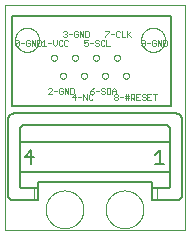
<source format=gto>
G75*
%MOIN*%
%OFA0B0*%
%FSLAX25Y25*%
%IPPOS*%
%LPD*%
%AMOC8*
5,1,8,0,0,1.08239X$1,22.5*
%
%ADD10C,0.00000*%
%ADD11C,0.00600*%
%ADD12C,0.00200*%
%ADD13C,0.00500*%
D10*
X0003167Y0002200D02*
X0003167Y0077161D01*
X0063367Y0077161D01*
X0063367Y0002200D01*
X0003167Y0002200D01*
X0016868Y0009200D02*
X0016870Y0009358D01*
X0016876Y0009516D01*
X0016886Y0009674D01*
X0016900Y0009832D01*
X0016918Y0009989D01*
X0016939Y0010146D01*
X0016965Y0010302D01*
X0016995Y0010458D01*
X0017028Y0010613D01*
X0017066Y0010766D01*
X0017107Y0010919D01*
X0017152Y0011071D01*
X0017201Y0011222D01*
X0017254Y0011371D01*
X0017310Y0011519D01*
X0017370Y0011665D01*
X0017434Y0011810D01*
X0017502Y0011953D01*
X0017573Y0012095D01*
X0017647Y0012235D01*
X0017725Y0012372D01*
X0017807Y0012508D01*
X0017891Y0012642D01*
X0017980Y0012773D01*
X0018071Y0012902D01*
X0018166Y0013029D01*
X0018263Y0013154D01*
X0018364Y0013276D01*
X0018468Y0013395D01*
X0018575Y0013512D01*
X0018685Y0013626D01*
X0018798Y0013737D01*
X0018913Y0013846D01*
X0019031Y0013951D01*
X0019152Y0014053D01*
X0019275Y0014153D01*
X0019401Y0014249D01*
X0019529Y0014342D01*
X0019659Y0014432D01*
X0019792Y0014518D01*
X0019927Y0014602D01*
X0020063Y0014681D01*
X0020202Y0014758D01*
X0020343Y0014830D01*
X0020485Y0014900D01*
X0020629Y0014965D01*
X0020775Y0015027D01*
X0020922Y0015085D01*
X0021071Y0015140D01*
X0021221Y0015191D01*
X0021372Y0015238D01*
X0021524Y0015281D01*
X0021677Y0015320D01*
X0021832Y0015356D01*
X0021987Y0015387D01*
X0022143Y0015415D01*
X0022299Y0015439D01*
X0022456Y0015459D01*
X0022614Y0015475D01*
X0022771Y0015487D01*
X0022930Y0015495D01*
X0023088Y0015499D01*
X0023246Y0015499D01*
X0023404Y0015495D01*
X0023563Y0015487D01*
X0023720Y0015475D01*
X0023878Y0015459D01*
X0024035Y0015439D01*
X0024191Y0015415D01*
X0024347Y0015387D01*
X0024502Y0015356D01*
X0024657Y0015320D01*
X0024810Y0015281D01*
X0024962Y0015238D01*
X0025113Y0015191D01*
X0025263Y0015140D01*
X0025412Y0015085D01*
X0025559Y0015027D01*
X0025705Y0014965D01*
X0025849Y0014900D01*
X0025991Y0014830D01*
X0026132Y0014758D01*
X0026271Y0014681D01*
X0026407Y0014602D01*
X0026542Y0014518D01*
X0026675Y0014432D01*
X0026805Y0014342D01*
X0026933Y0014249D01*
X0027059Y0014153D01*
X0027182Y0014053D01*
X0027303Y0013951D01*
X0027421Y0013846D01*
X0027536Y0013737D01*
X0027649Y0013626D01*
X0027759Y0013512D01*
X0027866Y0013395D01*
X0027970Y0013276D01*
X0028071Y0013154D01*
X0028168Y0013029D01*
X0028263Y0012902D01*
X0028354Y0012773D01*
X0028443Y0012642D01*
X0028527Y0012508D01*
X0028609Y0012372D01*
X0028687Y0012235D01*
X0028761Y0012095D01*
X0028832Y0011953D01*
X0028900Y0011810D01*
X0028964Y0011665D01*
X0029024Y0011519D01*
X0029080Y0011371D01*
X0029133Y0011222D01*
X0029182Y0011071D01*
X0029227Y0010919D01*
X0029268Y0010766D01*
X0029306Y0010613D01*
X0029339Y0010458D01*
X0029369Y0010302D01*
X0029395Y0010146D01*
X0029416Y0009989D01*
X0029434Y0009832D01*
X0029448Y0009674D01*
X0029458Y0009516D01*
X0029464Y0009358D01*
X0029466Y0009200D01*
X0029464Y0009042D01*
X0029458Y0008884D01*
X0029448Y0008726D01*
X0029434Y0008568D01*
X0029416Y0008411D01*
X0029395Y0008254D01*
X0029369Y0008098D01*
X0029339Y0007942D01*
X0029306Y0007787D01*
X0029268Y0007634D01*
X0029227Y0007481D01*
X0029182Y0007329D01*
X0029133Y0007178D01*
X0029080Y0007029D01*
X0029024Y0006881D01*
X0028964Y0006735D01*
X0028900Y0006590D01*
X0028832Y0006447D01*
X0028761Y0006305D01*
X0028687Y0006165D01*
X0028609Y0006028D01*
X0028527Y0005892D01*
X0028443Y0005758D01*
X0028354Y0005627D01*
X0028263Y0005498D01*
X0028168Y0005371D01*
X0028071Y0005246D01*
X0027970Y0005124D01*
X0027866Y0005005D01*
X0027759Y0004888D01*
X0027649Y0004774D01*
X0027536Y0004663D01*
X0027421Y0004554D01*
X0027303Y0004449D01*
X0027182Y0004347D01*
X0027059Y0004247D01*
X0026933Y0004151D01*
X0026805Y0004058D01*
X0026675Y0003968D01*
X0026542Y0003882D01*
X0026407Y0003798D01*
X0026271Y0003719D01*
X0026132Y0003642D01*
X0025991Y0003570D01*
X0025849Y0003500D01*
X0025705Y0003435D01*
X0025559Y0003373D01*
X0025412Y0003315D01*
X0025263Y0003260D01*
X0025113Y0003209D01*
X0024962Y0003162D01*
X0024810Y0003119D01*
X0024657Y0003080D01*
X0024502Y0003044D01*
X0024347Y0003013D01*
X0024191Y0002985D01*
X0024035Y0002961D01*
X0023878Y0002941D01*
X0023720Y0002925D01*
X0023563Y0002913D01*
X0023404Y0002905D01*
X0023246Y0002901D01*
X0023088Y0002901D01*
X0022930Y0002905D01*
X0022771Y0002913D01*
X0022614Y0002925D01*
X0022456Y0002941D01*
X0022299Y0002961D01*
X0022143Y0002985D01*
X0021987Y0003013D01*
X0021832Y0003044D01*
X0021677Y0003080D01*
X0021524Y0003119D01*
X0021372Y0003162D01*
X0021221Y0003209D01*
X0021071Y0003260D01*
X0020922Y0003315D01*
X0020775Y0003373D01*
X0020629Y0003435D01*
X0020485Y0003500D01*
X0020343Y0003570D01*
X0020202Y0003642D01*
X0020063Y0003719D01*
X0019927Y0003798D01*
X0019792Y0003882D01*
X0019659Y0003968D01*
X0019529Y0004058D01*
X0019401Y0004151D01*
X0019275Y0004247D01*
X0019152Y0004347D01*
X0019031Y0004449D01*
X0018913Y0004554D01*
X0018798Y0004663D01*
X0018685Y0004774D01*
X0018575Y0004888D01*
X0018468Y0005005D01*
X0018364Y0005124D01*
X0018263Y0005246D01*
X0018166Y0005371D01*
X0018071Y0005498D01*
X0017980Y0005627D01*
X0017891Y0005758D01*
X0017807Y0005892D01*
X0017725Y0006028D01*
X0017647Y0006165D01*
X0017573Y0006305D01*
X0017502Y0006447D01*
X0017434Y0006590D01*
X0017370Y0006735D01*
X0017310Y0006881D01*
X0017254Y0007029D01*
X0017201Y0007178D01*
X0017152Y0007329D01*
X0017107Y0007481D01*
X0017066Y0007634D01*
X0017028Y0007787D01*
X0016995Y0007942D01*
X0016965Y0008098D01*
X0016939Y0008254D01*
X0016918Y0008411D01*
X0016900Y0008568D01*
X0016886Y0008726D01*
X0016876Y0008884D01*
X0016870Y0009042D01*
X0016868Y0009200D01*
X0036868Y0009200D02*
X0036870Y0009358D01*
X0036876Y0009516D01*
X0036886Y0009674D01*
X0036900Y0009832D01*
X0036918Y0009989D01*
X0036939Y0010146D01*
X0036965Y0010302D01*
X0036995Y0010458D01*
X0037028Y0010613D01*
X0037066Y0010766D01*
X0037107Y0010919D01*
X0037152Y0011071D01*
X0037201Y0011222D01*
X0037254Y0011371D01*
X0037310Y0011519D01*
X0037370Y0011665D01*
X0037434Y0011810D01*
X0037502Y0011953D01*
X0037573Y0012095D01*
X0037647Y0012235D01*
X0037725Y0012372D01*
X0037807Y0012508D01*
X0037891Y0012642D01*
X0037980Y0012773D01*
X0038071Y0012902D01*
X0038166Y0013029D01*
X0038263Y0013154D01*
X0038364Y0013276D01*
X0038468Y0013395D01*
X0038575Y0013512D01*
X0038685Y0013626D01*
X0038798Y0013737D01*
X0038913Y0013846D01*
X0039031Y0013951D01*
X0039152Y0014053D01*
X0039275Y0014153D01*
X0039401Y0014249D01*
X0039529Y0014342D01*
X0039659Y0014432D01*
X0039792Y0014518D01*
X0039927Y0014602D01*
X0040063Y0014681D01*
X0040202Y0014758D01*
X0040343Y0014830D01*
X0040485Y0014900D01*
X0040629Y0014965D01*
X0040775Y0015027D01*
X0040922Y0015085D01*
X0041071Y0015140D01*
X0041221Y0015191D01*
X0041372Y0015238D01*
X0041524Y0015281D01*
X0041677Y0015320D01*
X0041832Y0015356D01*
X0041987Y0015387D01*
X0042143Y0015415D01*
X0042299Y0015439D01*
X0042456Y0015459D01*
X0042614Y0015475D01*
X0042771Y0015487D01*
X0042930Y0015495D01*
X0043088Y0015499D01*
X0043246Y0015499D01*
X0043404Y0015495D01*
X0043563Y0015487D01*
X0043720Y0015475D01*
X0043878Y0015459D01*
X0044035Y0015439D01*
X0044191Y0015415D01*
X0044347Y0015387D01*
X0044502Y0015356D01*
X0044657Y0015320D01*
X0044810Y0015281D01*
X0044962Y0015238D01*
X0045113Y0015191D01*
X0045263Y0015140D01*
X0045412Y0015085D01*
X0045559Y0015027D01*
X0045705Y0014965D01*
X0045849Y0014900D01*
X0045991Y0014830D01*
X0046132Y0014758D01*
X0046271Y0014681D01*
X0046407Y0014602D01*
X0046542Y0014518D01*
X0046675Y0014432D01*
X0046805Y0014342D01*
X0046933Y0014249D01*
X0047059Y0014153D01*
X0047182Y0014053D01*
X0047303Y0013951D01*
X0047421Y0013846D01*
X0047536Y0013737D01*
X0047649Y0013626D01*
X0047759Y0013512D01*
X0047866Y0013395D01*
X0047970Y0013276D01*
X0048071Y0013154D01*
X0048168Y0013029D01*
X0048263Y0012902D01*
X0048354Y0012773D01*
X0048443Y0012642D01*
X0048527Y0012508D01*
X0048609Y0012372D01*
X0048687Y0012235D01*
X0048761Y0012095D01*
X0048832Y0011953D01*
X0048900Y0011810D01*
X0048964Y0011665D01*
X0049024Y0011519D01*
X0049080Y0011371D01*
X0049133Y0011222D01*
X0049182Y0011071D01*
X0049227Y0010919D01*
X0049268Y0010766D01*
X0049306Y0010613D01*
X0049339Y0010458D01*
X0049369Y0010302D01*
X0049395Y0010146D01*
X0049416Y0009989D01*
X0049434Y0009832D01*
X0049448Y0009674D01*
X0049458Y0009516D01*
X0049464Y0009358D01*
X0049466Y0009200D01*
X0049464Y0009042D01*
X0049458Y0008884D01*
X0049448Y0008726D01*
X0049434Y0008568D01*
X0049416Y0008411D01*
X0049395Y0008254D01*
X0049369Y0008098D01*
X0049339Y0007942D01*
X0049306Y0007787D01*
X0049268Y0007634D01*
X0049227Y0007481D01*
X0049182Y0007329D01*
X0049133Y0007178D01*
X0049080Y0007029D01*
X0049024Y0006881D01*
X0048964Y0006735D01*
X0048900Y0006590D01*
X0048832Y0006447D01*
X0048761Y0006305D01*
X0048687Y0006165D01*
X0048609Y0006028D01*
X0048527Y0005892D01*
X0048443Y0005758D01*
X0048354Y0005627D01*
X0048263Y0005498D01*
X0048168Y0005371D01*
X0048071Y0005246D01*
X0047970Y0005124D01*
X0047866Y0005005D01*
X0047759Y0004888D01*
X0047649Y0004774D01*
X0047536Y0004663D01*
X0047421Y0004554D01*
X0047303Y0004449D01*
X0047182Y0004347D01*
X0047059Y0004247D01*
X0046933Y0004151D01*
X0046805Y0004058D01*
X0046675Y0003968D01*
X0046542Y0003882D01*
X0046407Y0003798D01*
X0046271Y0003719D01*
X0046132Y0003642D01*
X0045991Y0003570D01*
X0045849Y0003500D01*
X0045705Y0003435D01*
X0045559Y0003373D01*
X0045412Y0003315D01*
X0045263Y0003260D01*
X0045113Y0003209D01*
X0044962Y0003162D01*
X0044810Y0003119D01*
X0044657Y0003080D01*
X0044502Y0003044D01*
X0044347Y0003013D01*
X0044191Y0002985D01*
X0044035Y0002961D01*
X0043878Y0002941D01*
X0043720Y0002925D01*
X0043563Y0002913D01*
X0043404Y0002905D01*
X0043246Y0002901D01*
X0043088Y0002901D01*
X0042930Y0002905D01*
X0042771Y0002913D01*
X0042614Y0002925D01*
X0042456Y0002941D01*
X0042299Y0002961D01*
X0042143Y0002985D01*
X0041987Y0003013D01*
X0041832Y0003044D01*
X0041677Y0003080D01*
X0041524Y0003119D01*
X0041372Y0003162D01*
X0041221Y0003209D01*
X0041071Y0003260D01*
X0040922Y0003315D01*
X0040775Y0003373D01*
X0040629Y0003435D01*
X0040485Y0003500D01*
X0040343Y0003570D01*
X0040202Y0003642D01*
X0040063Y0003719D01*
X0039927Y0003798D01*
X0039792Y0003882D01*
X0039659Y0003968D01*
X0039529Y0004058D01*
X0039401Y0004151D01*
X0039275Y0004247D01*
X0039152Y0004347D01*
X0039031Y0004449D01*
X0038913Y0004554D01*
X0038798Y0004663D01*
X0038685Y0004774D01*
X0038575Y0004888D01*
X0038468Y0005005D01*
X0038364Y0005124D01*
X0038263Y0005246D01*
X0038166Y0005371D01*
X0038071Y0005498D01*
X0037980Y0005627D01*
X0037891Y0005758D01*
X0037807Y0005892D01*
X0037725Y0006028D01*
X0037647Y0006165D01*
X0037573Y0006305D01*
X0037502Y0006447D01*
X0037434Y0006590D01*
X0037370Y0006735D01*
X0037310Y0006881D01*
X0037254Y0007029D01*
X0037201Y0007178D01*
X0037152Y0007329D01*
X0037107Y0007481D01*
X0037066Y0007634D01*
X0037028Y0007787D01*
X0036995Y0007942D01*
X0036965Y0008098D01*
X0036939Y0008254D01*
X0036918Y0008411D01*
X0036900Y0008568D01*
X0036886Y0008726D01*
X0036876Y0008884D01*
X0036870Y0009042D01*
X0036868Y0009200D01*
X0035667Y0053700D02*
X0035669Y0053763D01*
X0035675Y0053825D01*
X0035685Y0053887D01*
X0035698Y0053949D01*
X0035716Y0054009D01*
X0035737Y0054068D01*
X0035762Y0054126D01*
X0035791Y0054182D01*
X0035823Y0054236D01*
X0035858Y0054288D01*
X0035896Y0054337D01*
X0035938Y0054385D01*
X0035982Y0054429D01*
X0036030Y0054471D01*
X0036079Y0054509D01*
X0036131Y0054544D01*
X0036185Y0054576D01*
X0036241Y0054605D01*
X0036299Y0054630D01*
X0036358Y0054651D01*
X0036418Y0054669D01*
X0036480Y0054682D01*
X0036542Y0054692D01*
X0036604Y0054698D01*
X0036667Y0054700D01*
X0036730Y0054698D01*
X0036792Y0054692D01*
X0036854Y0054682D01*
X0036916Y0054669D01*
X0036976Y0054651D01*
X0037035Y0054630D01*
X0037093Y0054605D01*
X0037149Y0054576D01*
X0037203Y0054544D01*
X0037255Y0054509D01*
X0037304Y0054471D01*
X0037352Y0054429D01*
X0037396Y0054385D01*
X0037438Y0054337D01*
X0037476Y0054288D01*
X0037511Y0054236D01*
X0037543Y0054182D01*
X0037572Y0054126D01*
X0037597Y0054068D01*
X0037618Y0054009D01*
X0037636Y0053949D01*
X0037649Y0053887D01*
X0037659Y0053825D01*
X0037665Y0053763D01*
X0037667Y0053700D01*
X0037665Y0053637D01*
X0037659Y0053575D01*
X0037649Y0053513D01*
X0037636Y0053451D01*
X0037618Y0053391D01*
X0037597Y0053332D01*
X0037572Y0053274D01*
X0037543Y0053218D01*
X0037511Y0053164D01*
X0037476Y0053112D01*
X0037438Y0053063D01*
X0037396Y0053015D01*
X0037352Y0052971D01*
X0037304Y0052929D01*
X0037255Y0052891D01*
X0037203Y0052856D01*
X0037149Y0052824D01*
X0037093Y0052795D01*
X0037035Y0052770D01*
X0036976Y0052749D01*
X0036916Y0052731D01*
X0036854Y0052718D01*
X0036792Y0052708D01*
X0036730Y0052702D01*
X0036667Y0052700D01*
X0036604Y0052702D01*
X0036542Y0052708D01*
X0036480Y0052718D01*
X0036418Y0052731D01*
X0036358Y0052749D01*
X0036299Y0052770D01*
X0036241Y0052795D01*
X0036185Y0052824D01*
X0036131Y0052856D01*
X0036079Y0052891D01*
X0036030Y0052929D01*
X0035982Y0052971D01*
X0035938Y0053015D01*
X0035896Y0053063D01*
X0035858Y0053112D01*
X0035823Y0053164D01*
X0035791Y0053218D01*
X0035762Y0053274D01*
X0035737Y0053332D01*
X0035716Y0053391D01*
X0035698Y0053451D01*
X0035685Y0053513D01*
X0035675Y0053575D01*
X0035669Y0053637D01*
X0035667Y0053700D01*
X0032667Y0059700D02*
X0032669Y0059763D01*
X0032675Y0059825D01*
X0032685Y0059887D01*
X0032698Y0059949D01*
X0032716Y0060009D01*
X0032737Y0060068D01*
X0032762Y0060126D01*
X0032791Y0060182D01*
X0032823Y0060236D01*
X0032858Y0060288D01*
X0032896Y0060337D01*
X0032938Y0060385D01*
X0032982Y0060429D01*
X0033030Y0060471D01*
X0033079Y0060509D01*
X0033131Y0060544D01*
X0033185Y0060576D01*
X0033241Y0060605D01*
X0033299Y0060630D01*
X0033358Y0060651D01*
X0033418Y0060669D01*
X0033480Y0060682D01*
X0033542Y0060692D01*
X0033604Y0060698D01*
X0033667Y0060700D01*
X0033730Y0060698D01*
X0033792Y0060692D01*
X0033854Y0060682D01*
X0033916Y0060669D01*
X0033976Y0060651D01*
X0034035Y0060630D01*
X0034093Y0060605D01*
X0034149Y0060576D01*
X0034203Y0060544D01*
X0034255Y0060509D01*
X0034304Y0060471D01*
X0034352Y0060429D01*
X0034396Y0060385D01*
X0034438Y0060337D01*
X0034476Y0060288D01*
X0034511Y0060236D01*
X0034543Y0060182D01*
X0034572Y0060126D01*
X0034597Y0060068D01*
X0034618Y0060009D01*
X0034636Y0059949D01*
X0034649Y0059887D01*
X0034659Y0059825D01*
X0034665Y0059763D01*
X0034667Y0059700D01*
X0034665Y0059637D01*
X0034659Y0059575D01*
X0034649Y0059513D01*
X0034636Y0059451D01*
X0034618Y0059391D01*
X0034597Y0059332D01*
X0034572Y0059274D01*
X0034543Y0059218D01*
X0034511Y0059164D01*
X0034476Y0059112D01*
X0034438Y0059063D01*
X0034396Y0059015D01*
X0034352Y0058971D01*
X0034304Y0058929D01*
X0034255Y0058891D01*
X0034203Y0058856D01*
X0034149Y0058824D01*
X0034093Y0058795D01*
X0034035Y0058770D01*
X0033976Y0058749D01*
X0033916Y0058731D01*
X0033854Y0058718D01*
X0033792Y0058708D01*
X0033730Y0058702D01*
X0033667Y0058700D01*
X0033604Y0058702D01*
X0033542Y0058708D01*
X0033480Y0058718D01*
X0033418Y0058731D01*
X0033358Y0058749D01*
X0033299Y0058770D01*
X0033241Y0058795D01*
X0033185Y0058824D01*
X0033131Y0058856D01*
X0033079Y0058891D01*
X0033030Y0058929D01*
X0032982Y0058971D01*
X0032938Y0059015D01*
X0032896Y0059063D01*
X0032858Y0059112D01*
X0032823Y0059164D01*
X0032791Y0059218D01*
X0032762Y0059274D01*
X0032737Y0059332D01*
X0032716Y0059391D01*
X0032698Y0059451D01*
X0032685Y0059513D01*
X0032675Y0059575D01*
X0032669Y0059637D01*
X0032667Y0059700D01*
X0028667Y0053700D02*
X0028669Y0053763D01*
X0028675Y0053825D01*
X0028685Y0053887D01*
X0028698Y0053949D01*
X0028716Y0054009D01*
X0028737Y0054068D01*
X0028762Y0054126D01*
X0028791Y0054182D01*
X0028823Y0054236D01*
X0028858Y0054288D01*
X0028896Y0054337D01*
X0028938Y0054385D01*
X0028982Y0054429D01*
X0029030Y0054471D01*
X0029079Y0054509D01*
X0029131Y0054544D01*
X0029185Y0054576D01*
X0029241Y0054605D01*
X0029299Y0054630D01*
X0029358Y0054651D01*
X0029418Y0054669D01*
X0029480Y0054682D01*
X0029542Y0054692D01*
X0029604Y0054698D01*
X0029667Y0054700D01*
X0029730Y0054698D01*
X0029792Y0054692D01*
X0029854Y0054682D01*
X0029916Y0054669D01*
X0029976Y0054651D01*
X0030035Y0054630D01*
X0030093Y0054605D01*
X0030149Y0054576D01*
X0030203Y0054544D01*
X0030255Y0054509D01*
X0030304Y0054471D01*
X0030352Y0054429D01*
X0030396Y0054385D01*
X0030438Y0054337D01*
X0030476Y0054288D01*
X0030511Y0054236D01*
X0030543Y0054182D01*
X0030572Y0054126D01*
X0030597Y0054068D01*
X0030618Y0054009D01*
X0030636Y0053949D01*
X0030649Y0053887D01*
X0030659Y0053825D01*
X0030665Y0053763D01*
X0030667Y0053700D01*
X0030665Y0053637D01*
X0030659Y0053575D01*
X0030649Y0053513D01*
X0030636Y0053451D01*
X0030618Y0053391D01*
X0030597Y0053332D01*
X0030572Y0053274D01*
X0030543Y0053218D01*
X0030511Y0053164D01*
X0030476Y0053112D01*
X0030438Y0053063D01*
X0030396Y0053015D01*
X0030352Y0052971D01*
X0030304Y0052929D01*
X0030255Y0052891D01*
X0030203Y0052856D01*
X0030149Y0052824D01*
X0030093Y0052795D01*
X0030035Y0052770D01*
X0029976Y0052749D01*
X0029916Y0052731D01*
X0029854Y0052718D01*
X0029792Y0052708D01*
X0029730Y0052702D01*
X0029667Y0052700D01*
X0029604Y0052702D01*
X0029542Y0052708D01*
X0029480Y0052718D01*
X0029418Y0052731D01*
X0029358Y0052749D01*
X0029299Y0052770D01*
X0029241Y0052795D01*
X0029185Y0052824D01*
X0029131Y0052856D01*
X0029079Y0052891D01*
X0029030Y0052929D01*
X0028982Y0052971D01*
X0028938Y0053015D01*
X0028896Y0053063D01*
X0028858Y0053112D01*
X0028823Y0053164D01*
X0028791Y0053218D01*
X0028762Y0053274D01*
X0028737Y0053332D01*
X0028716Y0053391D01*
X0028698Y0053451D01*
X0028685Y0053513D01*
X0028675Y0053575D01*
X0028669Y0053637D01*
X0028667Y0053700D01*
X0025667Y0059700D02*
X0025669Y0059763D01*
X0025675Y0059825D01*
X0025685Y0059887D01*
X0025698Y0059949D01*
X0025716Y0060009D01*
X0025737Y0060068D01*
X0025762Y0060126D01*
X0025791Y0060182D01*
X0025823Y0060236D01*
X0025858Y0060288D01*
X0025896Y0060337D01*
X0025938Y0060385D01*
X0025982Y0060429D01*
X0026030Y0060471D01*
X0026079Y0060509D01*
X0026131Y0060544D01*
X0026185Y0060576D01*
X0026241Y0060605D01*
X0026299Y0060630D01*
X0026358Y0060651D01*
X0026418Y0060669D01*
X0026480Y0060682D01*
X0026542Y0060692D01*
X0026604Y0060698D01*
X0026667Y0060700D01*
X0026730Y0060698D01*
X0026792Y0060692D01*
X0026854Y0060682D01*
X0026916Y0060669D01*
X0026976Y0060651D01*
X0027035Y0060630D01*
X0027093Y0060605D01*
X0027149Y0060576D01*
X0027203Y0060544D01*
X0027255Y0060509D01*
X0027304Y0060471D01*
X0027352Y0060429D01*
X0027396Y0060385D01*
X0027438Y0060337D01*
X0027476Y0060288D01*
X0027511Y0060236D01*
X0027543Y0060182D01*
X0027572Y0060126D01*
X0027597Y0060068D01*
X0027618Y0060009D01*
X0027636Y0059949D01*
X0027649Y0059887D01*
X0027659Y0059825D01*
X0027665Y0059763D01*
X0027667Y0059700D01*
X0027665Y0059637D01*
X0027659Y0059575D01*
X0027649Y0059513D01*
X0027636Y0059451D01*
X0027618Y0059391D01*
X0027597Y0059332D01*
X0027572Y0059274D01*
X0027543Y0059218D01*
X0027511Y0059164D01*
X0027476Y0059112D01*
X0027438Y0059063D01*
X0027396Y0059015D01*
X0027352Y0058971D01*
X0027304Y0058929D01*
X0027255Y0058891D01*
X0027203Y0058856D01*
X0027149Y0058824D01*
X0027093Y0058795D01*
X0027035Y0058770D01*
X0026976Y0058749D01*
X0026916Y0058731D01*
X0026854Y0058718D01*
X0026792Y0058708D01*
X0026730Y0058702D01*
X0026667Y0058700D01*
X0026604Y0058702D01*
X0026542Y0058708D01*
X0026480Y0058718D01*
X0026418Y0058731D01*
X0026358Y0058749D01*
X0026299Y0058770D01*
X0026241Y0058795D01*
X0026185Y0058824D01*
X0026131Y0058856D01*
X0026079Y0058891D01*
X0026030Y0058929D01*
X0025982Y0058971D01*
X0025938Y0059015D01*
X0025896Y0059063D01*
X0025858Y0059112D01*
X0025823Y0059164D01*
X0025791Y0059218D01*
X0025762Y0059274D01*
X0025737Y0059332D01*
X0025716Y0059391D01*
X0025698Y0059451D01*
X0025685Y0059513D01*
X0025675Y0059575D01*
X0025669Y0059637D01*
X0025667Y0059700D01*
X0021667Y0053700D02*
X0021669Y0053763D01*
X0021675Y0053825D01*
X0021685Y0053887D01*
X0021698Y0053949D01*
X0021716Y0054009D01*
X0021737Y0054068D01*
X0021762Y0054126D01*
X0021791Y0054182D01*
X0021823Y0054236D01*
X0021858Y0054288D01*
X0021896Y0054337D01*
X0021938Y0054385D01*
X0021982Y0054429D01*
X0022030Y0054471D01*
X0022079Y0054509D01*
X0022131Y0054544D01*
X0022185Y0054576D01*
X0022241Y0054605D01*
X0022299Y0054630D01*
X0022358Y0054651D01*
X0022418Y0054669D01*
X0022480Y0054682D01*
X0022542Y0054692D01*
X0022604Y0054698D01*
X0022667Y0054700D01*
X0022730Y0054698D01*
X0022792Y0054692D01*
X0022854Y0054682D01*
X0022916Y0054669D01*
X0022976Y0054651D01*
X0023035Y0054630D01*
X0023093Y0054605D01*
X0023149Y0054576D01*
X0023203Y0054544D01*
X0023255Y0054509D01*
X0023304Y0054471D01*
X0023352Y0054429D01*
X0023396Y0054385D01*
X0023438Y0054337D01*
X0023476Y0054288D01*
X0023511Y0054236D01*
X0023543Y0054182D01*
X0023572Y0054126D01*
X0023597Y0054068D01*
X0023618Y0054009D01*
X0023636Y0053949D01*
X0023649Y0053887D01*
X0023659Y0053825D01*
X0023665Y0053763D01*
X0023667Y0053700D01*
X0023665Y0053637D01*
X0023659Y0053575D01*
X0023649Y0053513D01*
X0023636Y0053451D01*
X0023618Y0053391D01*
X0023597Y0053332D01*
X0023572Y0053274D01*
X0023543Y0053218D01*
X0023511Y0053164D01*
X0023476Y0053112D01*
X0023438Y0053063D01*
X0023396Y0053015D01*
X0023352Y0052971D01*
X0023304Y0052929D01*
X0023255Y0052891D01*
X0023203Y0052856D01*
X0023149Y0052824D01*
X0023093Y0052795D01*
X0023035Y0052770D01*
X0022976Y0052749D01*
X0022916Y0052731D01*
X0022854Y0052718D01*
X0022792Y0052708D01*
X0022730Y0052702D01*
X0022667Y0052700D01*
X0022604Y0052702D01*
X0022542Y0052708D01*
X0022480Y0052718D01*
X0022418Y0052731D01*
X0022358Y0052749D01*
X0022299Y0052770D01*
X0022241Y0052795D01*
X0022185Y0052824D01*
X0022131Y0052856D01*
X0022079Y0052891D01*
X0022030Y0052929D01*
X0021982Y0052971D01*
X0021938Y0053015D01*
X0021896Y0053063D01*
X0021858Y0053112D01*
X0021823Y0053164D01*
X0021791Y0053218D01*
X0021762Y0053274D01*
X0021737Y0053332D01*
X0021716Y0053391D01*
X0021698Y0053451D01*
X0021685Y0053513D01*
X0021675Y0053575D01*
X0021669Y0053637D01*
X0021667Y0053700D01*
X0018667Y0059700D02*
X0018669Y0059763D01*
X0018675Y0059825D01*
X0018685Y0059887D01*
X0018698Y0059949D01*
X0018716Y0060009D01*
X0018737Y0060068D01*
X0018762Y0060126D01*
X0018791Y0060182D01*
X0018823Y0060236D01*
X0018858Y0060288D01*
X0018896Y0060337D01*
X0018938Y0060385D01*
X0018982Y0060429D01*
X0019030Y0060471D01*
X0019079Y0060509D01*
X0019131Y0060544D01*
X0019185Y0060576D01*
X0019241Y0060605D01*
X0019299Y0060630D01*
X0019358Y0060651D01*
X0019418Y0060669D01*
X0019480Y0060682D01*
X0019542Y0060692D01*
X0019604Y0060698D01*
X0019667Y0060700D01*
X0019730Y0060698D01*
X0019792Y0060692D01*
X0019854Y0060682D01*
X0019916Y0060669D01*
X0019976Y0060651D01*
X0020035Y0060630D01*
X0020093Y0060605D01*
X0020149Y0060576D01*
X0020203Y0060544D01*
X0020255Y0060509D01*
X0020304Y0060471D01*
X0020352Y0060429D01*
X0020396Y0060385D01*
X0020438Y0060337D01*
X0020476Y0060288D01*
X0020511Y0060236D01*
X0020543Y0060182D01*
X0020572Y0060126D01*
X0020597Y0060068D01*
X0020618Y0060009D01*
X0020636Y0059949D01*
X0020649Y0059887D01*
X0020659Y0059825D01*
X0020665Y0059763D01*
X0020667Y0059700D01*
X0020665Y0059637D01*
X0020659Y0059575D01*
X0020649Y0059513D01*
X0020636Y0059451D01*
X0020618Y0059391D01*
X0020597Y0059332D01*
X0020572Y0059274D01*
X0020543Y0059218D01*
X0020511Y0059164D01*
X0020476Y0059112D01*
X0020438Y0059063D01*
X0020396Y0059015D01*
X0020352Y0058971D01*
X0020304Y0058929D01*
X0020255Y0058891D01*
X0020203Y0058856D01*
X0020149Y0058824D01*
X0020093Y0058795D01*
X0020035Y0058770D01*
X0019976Y0058749D01*
X0019916Y0058731D01*
X0019854Y0058718D01*
X0019792Y0058708D01*
X0019730Y0058702D01*
X0019667Y0058700D01*
X0019604Y0058702D01*
X0019542Y0058708D01*
X0019480Y0058718D01*
X0019418Y0058731D01*
X0019358Y0058749D01*
X0019299Y0058770D01*
X0019241Y0058795D01*
X0019185Y0058824D01*
X0019131Y0058856D01*
X0019079Y0058891D01*
X0019030Y0058929D01*
X0018982Y0058971D01*
X0018938Y0059015D01*
X0018896Y0059063D01*
X0018858Y0059112D01*
X0018823Y0059164D01*
X0018791Y0059218D01*
X0018762Y0059274D01*
X0018737Y0059332D01*
X0018716Y0059391D01*
X0018698Y0059451D01*
X0018685Y0059513D01*
X0018675Y0059575D01*
X0018669Y0059637D01*
X0018667Y0059700D01*
X0006667Y0065700D02*
X0006669Y0065826D01*
X0006675Y0065952D01*
X0006685Y0066078D01*
X0006699Y0066204D01*
X0006717Y0066329D01*
X0006739Y0066453D01*
X0006764Y0066577D01*
X0006794Y0066700D01*
X0006827Y0066821D01*
X0006865Y0066942D01*
X0006906Y0067061D01*
X0006951Y0067180D01*
X0006999Y0067296D01*
X0007051Y0067411D01*
X0007107Y0067524D01*
X0007167Y0067636D01*
X0007230Y0067745D01*
X0007296Y0067853D01*
X0007365Y0067958D01*
X0007438Y0068061D01*
X0007515Y0068162D01*
X0007594Y0068260D01*
X0007676Y0068356D01*
X0007762Y0068449D01*
X0007850Y0068540D01*
X0007941Y0068627D01*
X0008035Y0068712D01*
X0008131Y0068793D01*
X0008230Y0068872D01*
X0008331Y0068947D01*
X0008435Y0069019D01*
X0008541Y0069088D01*
X0008649Y0069154D01*
X0008759Y0069216D01*
X0008871Y0069274D01*
X0008984Y0069329D01*
X0009100Y0069380D01*
X0009217Y0069428D01*
X0009335Y0069472D01*
X0009455Y0069512D01*
X0009576Y0069548D01*
X0009698Y0069581D01*
X0009821Y0069610D01*
X0009945Y0069634D01*
X0010069Y0069655D01*
X0010194Y0069672D01*
X0010320Y0069685D01*
X0010446Y0069694D01*
X0010572Y0069699D01*
X0010699Y0069700D01*
X0010825Y0069697D01*
X0010951Y0069690D01*
X0011077Y0069679D01*
X0011202Y0069664D01*
X0011327Y0069645D01*
X0011451Y0069622D01*
X0011575Y0069596D01*
X0011697Y0069565D01*
X0011819Y0069531D01*
X0011939Y0069492D01*
X0012058Y0069450D01*
X0012176Y0069405D01*
X0012292Y0069355D01*
X0012407Y0069302D01*
X0012519Y0069245D01*
X0012630Y0069185D01*
X0012739Y0069121D01*
X0012846Y0069054D01*
X0012951Y0068984D01*
X0013054Y0068910D01*
X0013154Y0068833D01*
X0013252Y0068753D01*
X0013347Y0068670D01*
X0013439Y0068584D01*
X0013529Y0068495D01*
X0013616Y0068403D01*
X0013699Y0068309D01*
X0013780Y0068212D01*
X0013858Y0068112D01*
X0013933Y0068010D01*
X0014004Y0067906D01*
X0014072Y0067799D01*
X0014136Y0067691D01*
X0014197Y0067580D01*
X0014255Y0067468D01*
X0014309Y0067354D01*
X0014359Y0067238D01*
X0014406Y0067121D01*
X0014449Y0067002D01*
X0014488Y0066882D01*
X0014524Y0066761D01*
X0014555Y0066638D01*
X0014583Y0066515D01*
X0014607Y0066391D01*
X0014627Y0066266D01*
X0014643Y0066141D01*
X0014655Y0066015D01*
X0014663Y0065889D01*
X0014667Y0065763D01*
X0014667Y0065637D01*
X0014663Y0065511D01*
X0014655Y0065385D01*
X0014643Y0065259D01*
X0014627Y0065134D01*
X0014607Y0065009D01*
X0014583Y0064885D01*
X0014555Y0064762D01*
X0014524Y0064639D01*
X0014488Y0064518D01*
X0014449Y0064398D01*
X0014406Y0064279D01*
X0014359Y0064162D01*
X0014309Y0064046D01*
X0014255Y0063932D01*
X0014197Y0063820D01*
X0014136Y0063709D01*
X0014072Y0063601D01*
X0014004Y0063494D01*
X0013933Y0063390D01*
X0013858Y0063288D01*
X0013780Y0063188D01*
X0013699Y0063091D01*
X0013616Y0062997D01*
X0013529Y0062905D01*
X0013439Y0062816D01*
X0013347Y0062730D01*
X0013252Y0062647D01*
X0013154Y0062567D01*
X0013054Y0062490D01*
X0012951Y0062416D01*
X0012846Y0062346D01*
X0012739Y0062279D01*
X0012630Y0062215D01*
X0012519Y0062155D01*
X0012407Y0062098D01*
X0012292Y0062045D01*
X0012176Y0061995D01*
X0012058Y0061950D01*
X0011939Y0061908D01*
X0011819Y0061869D01*
X0011697Y0061835D01*
X0011575Y0061804D01*
X0011451Y0061778D01*
X0011327Y0061755D01*
X0011202Y0061736D01*
X0011077Y0061721D01*
X0010951Y0061710D01*
X0010825Y0061703D01*
X0010699Y0061700D01*
X0010572Y0061701D01*
X0010446Y0061706D01*
X0010320Y0061715D01*
X0010194Y0061728D01*
X0010069Y0061745D01*
X0009945Y0061766D01*
X0009821Y0061790D01*
X0009698Y0061819D01*
X0009576Y0061852D01*
X0009455Y0061888D01*
X0009335Y0061928D01*
X0009217Y0061972D01*
X0009100Y0062020D01*
X0008984Y0062071D01*
X0008871Y0062126D01*
X0008759Y0062184D01*
X0008649Y0062246D01*
X0008541Y0062312D01*
X0008435Y0062381D01*
X0008331Y0062453D01*
X0008230Y0062528D01*
X0008131Y0062607D01*
X0008035Y0062688D01*
X0007941Y0062773D01*
X0007850Y0062860D01*
X0007762Y0062951D01*
X0007676Y0063044D01*
X0007594Y0063140D01*
X0007515Y0063238D01*
X0007438Y0063339D01*
X0007365Y0063442D01*
X0007296Y0063547D01*
X0007230Y0063655D01*
X0007167Y0063764D01*
X0007107Y0063876D01*
X0007051Y0063989D01*
X0006999Y0064104D01*
X0006951Y0064220D01*
X0006906Y0064339D01*
X0006865Y0064458D01*
X0006827Y0064579D01*
X0006794Y0064700D01*
X0006764Y0064823D01*
X0006739Y0064947D01*
X0006717Y0065071D01*
X0006699Y0065196D01*
X0006685Y0065322D01*
X0006675Y0065448D01*
X0006669Y0065574D01*
X0006667Y0065700D01*
X0039667Y0059700D02*
X0039669Y0059763D01*
X0039675Y0059825D01*
X0039685Y0059887D01*
X0039698Y0059949D01*
X0039716Y0060009D01*
X0039737Y0060068D01*
X0039762Y0060126D01*
X0039791Y0060182D01*
X0039823Y0060236D01*
X0039858Y0060288D01*
X0039896Y0060337D01*
X0039938Y0060385D01*
X0039982Y0060429D01*
X0040030Y0060471D01*
X0040079Y0060509D01*
X0040131Y0060544D01*
X0040185Y0060576D01*
X0040241Y0060605D01*
X0040299Y0060630D01*
X0040358Y0060651D01*
X0040418Y0060669D01*
X0040480Y0060682D01*
X0040542Y0060692D01*
X0040604Y0060698D01*
X0040667Y0060700D01*
X0040730Y0060698D01*
X0040792Y0060692D01*
X0040854Y0060682D01*
X0040916Y0060669D01*
X0040976Y0060651D01*
X0041035Y0060630D01*
X0041093Y0060605D01*
X0041149Y0060576D01*
X0041203Y0060544D01*
X0041255Y0060509D01*
X0041304Y0060471D01*
X0041352Y0060429D01*
X0041396Y0060385D01*
X0041438Y0060337D01*
X0041476Y0060288D01*
X0041511Y0060236D01*
X0041543Y0060182D01*
X0041572Y0060126D01*
X0041597Y0060068D01*
X0041618Y0060009D01*
X0041636Y0059949D01*
X0041649Y0059887D01*
X0041659Y0059825D01*
X0041665Y0059763D01*
X0041667Y0059700D01*
X0041665Y0059637D01*
X0041659Y0059575D01*
X0041649Y0059513D01*
X0041636Y0059451D01*
X0041618Y0059391D01*
X0041597Y0059332D01*
X0041572Y0059274D01*
X0041543Y0059218D01*
X0041511Y0059164D01*
X0041476Y0059112D01*
X0041438Y0059063D01*
X0041396Y0059015D01*
X0041352Y0058971D01*
X0041304Y0058929D01*
X0041255Y0058891D01*
X0041203Y0058856D01*
X0041149Y0058824D01*
X0041093Y0058795D01*
X0041035Y0058770D01*
X0040976Y0058749D01*
X0040916Y0058731D01*
X0040854Y0058718D01*
X0040792Y0058708D01*
X0040730Y0058702D01*
X0040667Y0058700D01*
X0040604Y0058702D01*
X0040542Y0058708D01*
X0040480Y0058718D01*
X0040418Y0058731D01*
X0040358Y0058749D01*
X0040299Y0058770D01*
X0040241Y0058795D01*
X0040185Y0058824D01*
X0040131Y0058856D01*
X0040079Y0058891D01*
X0040030Y0058929D01*
X0039982Y0058971D01*
X0039938Y0059015D01*
X0039896Y0059063D01*
X0039858Y0059112D01*
X0039823Y0059164D01*
X0039791Y0059218D01*
X0039762Y0059274D01*
X0039737Y0059332D01*
X0039716Y0059391D01*
X0039698Y0059451D01*
X0039685Y0059513D01*
X0039675Y0059575D01*
X0039669Y0059637D01*
X0039667Y0059700D01*
X0042667Y0053700D02*
X0042669Y0053763D01*
X0042675Y0053825D01*
X0042685Y0053887D01*
X0042698Y0053949D01*
X0042716Y0054009D01*
X0042737Y0054068D01*
X0042762Y0054126D01*
X0042791Y0054182D01*
X0042823Y0054236D01*
X0042858Y0054288D01*
X0042896Y0054337D01*
X0042938Y0054385D01*
X0042982Y0054429D01*
X0043030Y0054471D01*
X0043079Y0054509D01*
X0043131Y0054544D01*
X0043185Y0054576D01*
X0043241Y0054605D01*
X0043299Y0054630D01*
X0043358Y0054651D01*
X0043418Y0054669D01*
X0043480Y0054682D01*
X0043542Y0054692D01*
X0043604Y0054698D01*
X0043667Y0054700D01*
X0043730Y0054698D01*
X0043792Y0054692D01*
X0043854Y0054682D01*
X0043916Y0054669D01*
X0043976Y0054651D01*
X0044035Y0054630D01*
X0044093Y0054605D01*
X0044149Y0054576D01*
X0044203Y0054544D01*
X0044255Y0054509D01*
X0044304Y0054471D01*
X0044352Y0054429D01*
X0044396Y0054385D01*
X0044438Y0054337D01*
X0044476Y0054288D01*
X0044511Y0054236D01*
X0044543Y0054182D01*
X0044572Y0054126D01*
X0044597Y0054068D01*
X0044618Y0054009D01*
X0044636Y0053949D01*
X0044649Y0053887D01*
X0044659Y0053825D01*
X0044665Y0053763D01*
X0044667Y0053700D01*
X0044665Y0053637D01*
X0044659Y0053575D01*
X0044649Y0053513D01*
X0044636Y0053451D01*
X0044618Y0053391D01*
X0044597Y0053332D01*
X0044572Y0053274D01*
X0044543Y0053218D01*
X0044511Y0053164D01*
X0044476Y0053112D01*
X0044438Y0053063D01*
X0044396Y0053015D01*
X0044352Y0052971D01*
X0044304Y0052929D01*
X0044255Y0052891D01*
X0044203Y0052856D01*
X0044149Y0052824D01*
X0044093Y0052795D01*
X0044035Y0052770D01*
X0043976Y0052749D01*
X0043916Y0052731D01*
X0043854Y0052718D01*
X0043792Y0052708D01*
X0043730Y0052702D01*
X0043667Y0052700D01*
X0043604Y0052702D01*
X0043542Y0052708D01*
X0043480Y0052718D01*
X0043418Y0052731D01*
X0043358Y0052749D01*
X0043299Y0052770D01*
X0043241Y0052795D01*
X0043185Y0052824D01*
X0043131Y0052856D01*
X0043079Y0052891D01*
X0043030Y0052929D01*
X0042982Y0052971D01*
X0042938Y0053015D01*
X0042896Y0053063D01*
X0042858Y0053112D01*
X0042823Y0053164D01*
X0042791Y0053218D01*
X0042762Y0053274D01*
X0042737Y0053332D01*
X0042716Y0053391D01*
X0042698Y0053451D01*
X0042685Y0053513D01*
X0042675Y0053575D01*
X0042669Y0053637D01*
X0042667Y0053700D01*
X0048667Y0065700D02*
X0048669Y0065826D01*
X0048675Y0065952D01*
X0048685Y0066078D01*
X0048699Y0066204D01*
X0048717Y0066329D01*
X0048739Y0066453D01*
X0048764Y0066577D01*
X0048794Y0066700D01*
X0048827Y0066821D01*
X0048865Y0066942D01*
X0048906Y0067061D01*
X0048951Y0067180D01*
X0048999Y0067296D01*
X0049051Y0067411D01*
X0049107Y0067524D01*
X0049167Y0067636D01*
X0049230Y0067745D01*
X0049296Y0067853D01*
X0049365Y0067958D01*
X0049438Y0068061D01*
X0049515Y0068162D01*
X0049594Y0068260D01*
X0049676Y0068356D01*
X0049762Y0068449D01*
X0049850Y0068540D01*
X0049941Y0068627D01*
X0050035Y0068712D01*
X0050131Y0068793D01*
X0050230Y0068872D01*
X0050331Y0068947D01*
X0050435Y0069019D01*
X0050541Y0069088D01*
X0050649Y0069154D01*
X0050759Y0069216D01*
X0050871Y0069274D01*
X0050984Y0069329D01*
X0051100Y0069380D01*
X0051217Y0069428D01*
X0051335Y0069472D01*
X0051455Y0069512D01*
X0051576Y0069548D01*
X0051698Y0069581D01*
X0051821Y0069610D01*
X0051945Y0069634D01*
X0052069Y0069655D01*
X0052194Y0069672D01*
X0052320Y0069685D01*
X0052446Y0069694D01*
X0052572Y0069699D01*
X0052699Y0069700D01*
X0052825Y0069697D01*
X0052951Y0069690D01*
X0053077Y0069679D01*
X0053202Y0069664D01*
X0053327Y0069645D01*
X0053451Y0069622D01*
X0053575Y0069596D01*
X0053697Y0069565D01*
X0053819Y0069531D01*
X0053939Y0069492D01*
X0054058Y0069450D01*
X0054176Y0069405D01*
X0054292Y0069355D01*
X0054407Y0069302D01*
X0054519Y0069245D01*
X0054630Y0069185D01*
X0054739Y0069121D01*
X0054846Y0069054D01*
X0054951Y0068984D01*
X0055054Y0068910D01*
X0055154Y0068833D01*
X0055252Y0068753D01*
X0055347Y0068670D01*
X0055439Y0068584D01*
X0055529Y0068495D01*
X0055616Y0068403D01*
X0055699Y0068309D01*
X0055780Y0068212D01*
X0055858Y0068112D01*
X0055933Y0068010D01*
X0056004Y0067906D01*
X0056072Y0067799D01*
X0056136Y0067691D01*
X0056197Y0067580D01*
X0056255Y0067468D01*
X0056309Y0067354D01*
X0056359Y0067238D01*
X0056406Y0067121D01*
X0056449Y0067002D01*
X0056488Y0066882D01*
X0056524Y0066761D01*
X0056555Y0066638D01*
X0056583Y0066515D01*
X0056607Y0066391D01*
X0056627Y0066266D01*
X0056643Y0066141D01*
X0056655Y0066015D01*
X0056663Y0065889D01*
X0056667Y0065763D01*
X0056667Y0065637D01*
X0056663Y0065511D01*
X0056655Y0065385D01*
X0056643Y0065259D01*
X0056627Y0065134D01*
X0056607Y0065009D01*
X0056583Y0064885D01*
X0056555Y0064762D01*
X0056524Y0064639D01*
X0056488Y0064518D01*
X0056449Y0064398D01*
X0056406Y0064279D01*
X0056359Y0064162D01*
X0056309Y0064046D01*
X0056255Y0063932D01*
X0056197Y0063820D01*
X0056136Y0063709D01*
X0056072Y0063601D01*
X0056004Y0063494D01*
X0055933Y0063390D01*
X0055858Y0063288D01*
X0055780Y0063188D01*
X0055699Y0063091D01*
X0055616Y0062997D01*
X0055529Y0062905D01*
X0055439Y0062816D01*
X0055347Y0062730D01*
X0055252Y0062647D01*
X0055154Y0062567D01*
X0055054Y0062490D01*
X0054951Y0062416D01*
X0054846Y0062346D01*
X0054739Y0062279D01*
X0054630Y0062215D01*
X0054519Y0062155D01*
X0054407Y0062098D01*
X0054292Y0062045D01*
X0054176Y0061995D01*
X0054058Y0061950D01*
X0053939Y0061908D01*
X0053819Y0061869D01*
X0053697Y0061835D01*
X0053575Y0061804D01*
X0053451Y0061778D01*
X0053327Y0061755D01*
X0053202Y0061736D01*
X0053077Y0061721D01*
X0052951Y0061710D01*
X0052825Y0061703D01*
X0052699Y0061700D01*
X0052572Y0061701D01*
X0052446Y0061706D01*
X0052320Y0061715D01*
X0052194Y0061728D01*
X0052069Y0061745D01*
X0051945Y0061766D01*
X0051821Y0061790D01*
X0051698Y0061819D01*
X0051576Y0061852D01*
X0051455Y0061888D01*
X0051335Y0061928D01*
X0051217Y0061972D01*
X0051100Y0062020D01*
X0050984Y0062071D01*
X0050871Y0062126D01*
X0050759Y0062184D01*
X0050649Y0062246D01*
X0050541Y0062312D01*
X0050435Y0062381D01*
X0050331Y0062453D01*
X0050230Y0062528D01*
X0050131Y0062607D01*
X0050035Y0062688D01*
X0049941Y0062773D01*
X0049850Y0062860D01*
X0049762Y0062951D01*
X0049676Y0063044D01*
X0049594Y0063140D01*
X0049515Y0063238D01*
X0049438Y0063339D01*
X0049365Y0063442D01*
X0049296Y0063547D01*
X0049230Y0063655D01*
X0049167Y0063764D01*
X0049107Y0063876D01*
X0049051Y0063989D01*
X0048999Y0064104D01*
X0048951Y0064220D01*
X0048906Y0064339D01*
X0048865Y0064458D01*
X0048827Y0064579D01*
X0048794Y0064700D01*
X0048764Y0064823D01*
X0048739Y0064947D01*
X0048717Y0065071D01*
X0048699Y0065196D01*
X0048685Y0065322D01*
X0048675Y0065448D01*
X0048669Y0065574D01*
X0048667Y0065700D01*
D11*
X0060332Y0041200D02*
X0006332Y0041200D01*
X0006245Y0041198D01*
X0006158Y0041192D01*
X0006071Y0041183D01*
X0005985Y0041170D01*
X0005899Y0041153D01*
X0005814Y0041132D01*
X0005731Y0041107D01*
X0005648Y0041079D01*
X0005567Y0041048D01*
X0005487Y0041013D01*
X0005409Y0040974D01*
X0005332Y0040932D01*
X0005257Y0040887D01*
X0005185Y0040838D01*
X0005114Y0040787D01*
X0005046Y0040732D01*
X0004981Y0040675D01*
X0004918Y0040614D01*
X0004857Y0040551D01*
X0004800Y0040486D01*
X0004745Y0040418D01*
X0004694Y0040347D01*
X0004645Y0040275D01*
X0004600Y0040200D01*
X0004558Y0040123D01*
X0004519Y0040045D01*
X0004484Y0039965D01*
X0004453Y0039884D01*
X0004425Y0039801D01*
X0004400Y0039718D01*
X0004379Y0039633D01*
X0004362Y0039547D01*
X0004349Y0039461D01*
X0004340Y0039374D01*
X0004334Y0039287D01*
X0004332Y0039200D01*
X0004332Y0014200D01*
X0004334Y0014113D01*
X0004340Y0014026D01*
X0004349Y0013939D01*
X0004362Y0013853D01*
X0004379Y0013767D01*
X0004400Y0013682D01*
X0004425Y0013599D01*
X0004453Y0013516D01*
X0004484Y0013435D01*
X0004519Y0013355D01*
X0004558Y0013277D01*
X0004600Y0013200D01*
X0004645Y0013125D01*
X0004694Y0013053D01*
X0004745Y0012982D01*
X0004800Y0012914D01*
X0004857Y0012849D01*
X0004918Y0012786D01*
X0004981Y0012725D01*
X0005046Y0012668D01*
X0005114Y0012613D01*
X0005185Y0012562D01*
X0005257Y0012513D01*
X0005332Y0012468D01*
X0005409Y0012426D01*
X0005487Y0012387D01*
X0005567Y0012352D01*
X0005648Y0012321D01*
X0005731Y0012293D01*
X0005814Y0012268D01*
X0005899Y0012247D01*
X0005985Y0012230D01*
X0006071Y0012217D01*
X0006158Y0012208D01*
X0006245Y0012202D01*
X0006332Y0012200D01*
X0012832Y0012200D01*
X0014332Y0012200D01*
X0014332Y0016200D01*
X0014332Y0018200D01*
X0052332Y0018200D01*
X0052332Y0016200D01*
X0052332Y0012200D01*
X0053832Y0012200D01*
X0060332Y0012200D01*
X0060419Y0012202D01*
X0060506Y0012208D01*
X0060593Y0012217D01*
X0060679Y0012230D01*
X0060765Y0012247D01*
X0060850Y0012268D01*
X0060933Y0012293D01*
X0061016Y0012321D01*
X0061097Y0012352D01*
X0061177Y0012387D01*
X0061255Y0012426D01*
X0061332Y0012468D01*
X0061407Y0012513D01*
X0061479Y0012562D01*
X0061550Y0012613D01*
X0061618Y0012668D01*
X0061683Y0012725D01*
X0061746Y0012786D01*
X0061807Y0012849D01*
X0061864Y0012914D01*
X0061919Y0012982D01*
X0061970Y0013053D01*
X0062019Y0013125D01*
X0062064Y0013200D01*
X0062106Y0013277D01*
X0062145Y0013355D01*
X0062180Y0013435D01*
X0062211Y0013516D01*
X0062239Y0013599D01*
X0062264Y0013682D01*
X0062285Y0013767D01*
X0062302Y0013853D01*
X0062315Y0013939D01*
X0062324Y0014026D01*
X0062330Y0014113D01*
X0062332Y0014200D01*
X0062332Y0039200D01*
X0062330Y0039287D01*
X0062324Y0039374D01*
X0062315Y0039461D01*
X0062302Y0039547D01*
X0062285Y0039633D01*
X0062264Y0039718D01*
X0062239Y0039801D01*
X0062211Y0039884D01*
X0062180Y0039965D01*
X0062145Y0040045D01*
X0062106Y0040123D01*
X0062064Y0040200D01*
X0062019Y0040275D01*
X0061970Y0040347D01*
X0061919Y0040418D01*
X0061864Y0040486D01*
X0061807Y0040551D01*
X0061746Y0040614D01*
X0061683Y0040675D01*
X0061618Y0040732D01*
X0061550Y0040787D01*
X0061479Y0040838D01*
X0061407Y0040887D01*
X0061332Y0040932D01*
X0061255Y0040974D01*
X0061177Y0041013D01*
X0061097Y0041048D01*
X0061016Y0041079D01*
X0060933Y0041107D01*
X0060850Y0041132D01*
X0060765Y0041153D01*
X0060679Y0041170D01*
X0060593Y0041183D01*
X0060506Y0041192D01*
X0060419Y0041198D01*
X0060332Y0041200D01*
X0057332Y0037200D02*
X0009332Y0037200D01*
X0009272Y0037198D01*
X0009211Y0037193D01*
X0009152Y0037184D01*
X0009093Y0037171D01*
X0009034Y0037155D01*
X0008977Y0037135D01*
X0008922Y0037112D01*
X0008867Y0037085D01*
X0008815Y0037056D01*
X0008764Y0037023D01*
X0008715Y0036987D01*
X0008669Y0036949D01*
X0008625Y0036907D01*
X0008583Y0036863D01*
X0008545Y0036817D01*
X0008509Y0036768D01*
X0008476Y0036717D01*
X0008447Y0036665D01*
X0008420Y0036610D01*
X0008397Y0036555D01*
X0008377Y0036498D01*
X0008361Y0036439D01*
X0008348Y0036380D01*
X0008339Y0036321D01*
X0008334Y0036260D01*
X0008332Y0036200D01*
X0008332Y0031700D01*
X0008332Y0021700D01*
X0058332Y0021700D01*
X0058332Y0017200D01*
X0058330Y0017140D01*
X0058325Y0017079D01*
X0058316Y0017020D01*
X0058303Y0016961D01*
X0058287Y0016902D01*
X0058267Y0016845D01*
X0058244Y0016790D01*
X0058217Y0016735D01*
X0058188Y0016683D01*
X0058155Y0016632D01*
X0058119Y0016583D01*
X0058081Y0016537D01*
X0058039Y0016493D01*
X0057995Y0016451D01*
X0057949Y0016413D01*
X0057900Y0016377D01*
X0057849Y0016344D01*
X0057797Y0016315D01*
X0057742Y0016288D01*
X0057687Y0016265D01*
X0057630Y0016245D01*
X0057571Y0016229D01*
X0057512Y0016216D01*
X0057453Y0016207D01*
X0057392Y0016202D01*
X0057332Y0016200D01*
X0053832Y0016200D01*
X0052332Y0016200D01*
X0058332Y0021700D02*
X0058332Y0031700D01*
X0058332Y0036200D01*
X0058330Y0036260D01*
X0058325Y0036321D01*
X0058316Y0036380D01*
X0058303Y0036439D01*
X0058287Y0036498D01*
X0058267Y0036555D01*
X0058244Y0036610D01*
X0058217Y0036665D01*
X0058188Y0036717D01*
X0058155Y0036768D01*
X0058119Y0036817D01*
X0058081Y0036863D01*
X0058039Y0036907D01*
X0057995Y0036949D01*
X0057949Y0036987D01*
X0057900Y0037023D01*
X0057849Y0037056D01*
X0057797Y0037085D01*
X0057742Y0037112D01*
X0057687Y0037135D01*
X0057630Y0037155D01*
X0057571Y0037171D01*
X0057512Y0037184D01*
X0057453Y0037193D01*
X0057392Y0037198D01*
X0057332Y0037200D01*
X0058332Y0031700D02*
X0008332Y0031700D01*
X0008332Y0021700D02*
X0008332Y0017200D01*
X0008334Y0017140D01*
X0008339Y0017079D01*
X0008348Y0017020D01*
X0008361Y0016961D01*
X0008377Y0016902D01*
X0008397Y0016845D01*
X0008420Y0016790D01*
X0008447Y0016735D01*
X0008476Y0016683D01*
X0008509Y0016632D01*
X0008545Y0016583D01*
X0008583Y0016537D01*
X0008625Y0016493D01*
X0008669Y0016451D01*
X0008715Y0016413D01*
X0008764Y0016377D01*
X0008815Y0016344D01*
X0008867Y0016315D01*
X0008922Y0016288D01*
X0008977Y0016265D01*
X0009034Y0016245D01*
X0009093Y0016229D01*
X0009152Y0016216D01*
X0009211Y0016207D01*
X0009272Y0016202D01*
X0009332Y0016200D01*
X0012832Y0016200D01*
X0014332Y0016200D01*
D12*
X0012832Y0016200D02*
X0012832Y0012200D01*
X0026667Y0045800D02*
X0026667Y0047602D01*
X0025767Y0046701D01*
X0026968Y0046701D01*
X0027608Y0046701D02*
X0028809Y0046701D01*
X0029450Y0045800D02*
X0029450Y0047602D01*
X0030651Y0045800D01*
X0030651Y0047602D01*
X0031291Y0047301D02*
X0031291Y0046100D01*
X0031592Y0045800D01*
X0032192Y0045800D01*
X0032492Y0046100D01*
X0032492Y0047301D02*
X0032192Y0047602D01*
X0031592Y0047602D01*
X0031291Y0047301D01*
X0032067Y0047800D02*
X0031767Y0048100D01*
X0031767Y0048701D01*
X0032667Y0048701D01*
X0032968Y0048401D01*
X0032968Y0048100D01*
X0032667Y0047800D01*
X0032067Y0047800D01*
X0031767Y0048701D02*
X0032367Y0049301D01*
X0032968Y0049602D01*
X0033608Y0048701D02*
X0034809Y0048701D01*
X0035450Y0049001D02*
X0035450Y0049301D01*
X0035750Y0049602D01*
X0036351Y0049602D01*
X0036651Y0049301D01*
X0036351Y0048701D02*
X0035750Y0048701D01*
X0035450Y0049001D01*
X0035450Y0048100D02*
X0035750Y0047800D01*
X0036351Y0047800D01*
X0036651Y0048100D01*
X0036651Y0048401D01*
X0036351Y0048701D01*
X0037291Y0049602D02*
X0037291Y0047800D01*
X0038192Y0047800D01*
X0038492Y0048100D01*
X0038492Y0049301D01*
X0038192Y0049602D01*
X0037291Y0049602D01*
X0039133Y0049001D02*
X0039133Y0047800D01*
X0039767Y0047301D02*
X0039767Y0047001D01*
X0040067Y0046701D01*
X0040667Y0046701D01*
X0040968Y0046401D01*
X0040968Y0046100D01*
X0040667Y0045800D01*
X0040067Y0045800D01*
X0039767Y0046100D01*
X0039767Y0046401D01*
X0040067Y0046701D01*
X0040667Y0046701D02*
X0040968Y0047001D01*
X0040968Y0047301D01*
X0040667Y0047602D01*
X0040067Y0047602D01*
X0039767Y0047301D01*
X0040334Y0047800D02*
X0040334Y0049001D01*
X0039733Y0049602D01*
X0039133Y0049001D01*
X0039133Y0048701D02*
X0040334Y0048701D01*
X0041608Y0046701D02*
X0042809Y0046701D01*
X0043450Y0047001D02*
X0044351Y0047001D01*
X0044651Y0047001D01*
X0044651Y0046401D02*
X0043450Y0046401D01*
X0043750Y0045800D02*
X0043750Y0047602D01*
X0044351Y0047602D02*
X0044351Y0045800D01*
X0045291Y0045800D02*
X0045291Y0047602D01*
X0046192Y0047602D01*
X0046492Y0047301D01*
X0046492Y0046701D01*
X0046192Y0046401D01*
X0045291Y0046401D01*
X0045892Y0046401D02*
X0046492Y0045800D01*
X0047133Y0045800D02*
X0048334Y0045800D01*
X0048975Y0046100D02*
X0049275Y0045800D01*
X0049875Y0045800D01*
X0050176Y0046100D01*
X0050176Y0046401D01*
X0049875Y0046701D01*
X0049275Y0046701D01*
X0048975Y0047001D01*
X0048975Y0047301D01*
X0049275Y0047602D01*
X0049875Y0047602D01*
X0050176Y0047301D01*
X0050816Y0047602D02*
X0050816Y0045800D01*
X0052017Y0045800D01*
X0051417Y0046701D02*
X0050816Y0046701D01*
X0050816Y0047602D02*
X0052017Y0047602D01*
X0052658Y0047602D02*
X0053859Y0047602D01*
X0053258Y0047602D02*
X0053258Y0045800D01*
X0048334Y0047602D02*
X0047133Y0047602D01*
X0047133Y0045800D01*
X0047133Y0046701D02*
X0047733Y0046701D01*
X0049067Y0063800D02*
X0049667Y0063800D01*
X0049968Y0064100D01*
X0049968Y0065301D01*
X0049667Y0065602D01*
X0049067Y0065602D01*
X0048767Y0065301D01*
X0048767Y0065001D01*
X0049067Y0064701D01*
X0049968Y0064701D01*
X0050608Y0064701D02*
X0051809Y0064701D01*
X0052450Y0065301D02*
X0052450Y0064100D01*
X0052750Y0063800D01*
X0053351Y0063800D01*
X0053651Y0064100D01*
X0053651Y0064701D01*
X0053050Y0064701D01*
X0052450Y0065301D02*
X0052750Y0065602D01*
X0053351Y0065602D01*
X0053651Y0065301D01*
X0054291Y0065602D02*
X0055492Y0063800D01*
X0055492Y0065602D01*
X0056133Y0065602D02*
X0057034Y0065602D01*
X0057334Y0065301D01*
X0057334Y0064100D01*
X0057034Y0063800D01*
X0056133Y0063800D01*
X0056133Y0065602D01*
X0054291Y0065602D02*
X0054291Y0063800D01*
X0049067Y0063800D02*
X0048767Y0064100D01*
X0045334Y0066800D02*
X0044433Y0067701D01*
X0044133Y0067401D02*
X0045334Y0068602D01*
X0044133Y0068602D02*
X0044133Y0066800D01*
X0043492Y0066800D02*
X0042291Y0066800D01*
X0042291Y0068602D01*
X0041651Y0068301D02*
X0041351Y0068602D01*
X0040750Y0068602D01*
X0040450Y0068301D01*
X0040450Y0067100D01*
X0040750Y0066800D01*
X0041351Y0066800D01*
X0041651Y0067100D01*
X0039809Y0067701D02*
X0038608Y0067701D01*
X0037968Y0068301D02*
X0036767Y0067100D01*
X0036767Y0066800D01*
X0037133Y0065602D02*
X0037133Y0063800D01*
X0038334Y0063800D01*
X0036492Y0064100D02*
X0036192Y0063800D01*
X0035592Y0063800D01*
X0035291Y0064100D01*
X0035291Y0065301D01*
X0035592Y0065602D01*
X0036192Y0065602D01*
X0036492Y0065301D01*
X0034651Y0065301D02*
X0034351Y0065602D01*
X0033750Y0065602D01*
X0033450Y0065301D01*
X0033450Y0065001D01*
X0033750Y0064701D01*
X0034351Y0064701D01*
X0034651Y0064401D01*
X0034651Y0064100D01*
X0034351Y0063800D01*
X0033750Y0063800D01*
X0033450Y0064100D01*
X0032809Y0064701D02*
X0031608Y0064701D01*
X0030968Y0064701D02*
X0030968Y0064100D01*
X0030667Y0063800D01*
X0030067Y0063800D01*
X0029767Y0064100D01*
X0029767Y0064701D02*
X0030367Y0065001D01*
X0030667Y0065001D01*
X0030968Y0064701D01*
X0030968Y0065602D02*
X0029767Y0065602D01*
X0029767Y0064701D01*
X0029492Y0066800D02*
X0029492Y0068602D01*
X0030133Y0068602D02*
X0031034Y0068602D01*
X0031334Y0068301D01*
X0031334Y0067100D01*
X0031034Y0066800D01*
X0030133Y0066800D01*
X0030133Y0068602D01*
X0028291Y0068602D02*
X0029492Y0066800D01*
X0028291Y0066800D02*
X0028291Y0068602D01*
X0027651Y0068301D02*
X0027351Y0068602D01*
X0026750Y0068602D01*
X0026450Y0068301D01*
X0026450Y0067100D01*
X0026750Y0066800D01*
X0027351Y0066800D01*
X0027651Y0067100D01*
X0027651Y0067701D01*
X0027050Y0067701D01*
X0025809Y0067701D02*
X0024608Y0067701D01*
X0023968Y0068001D02*
X0023968Y0068301D01*
X0023667Y0068602D01*
X0023067Y0068602D01*
X0022767Y0068301D01*
X0023367Y0067701D02*
X0023667Y0067701D01*
X0023968Y0067401D01*
X0023968Y0067100D01*
X0023667Y0066800D01*
X0023067Y0066800D01*
X0022767Y0067100D01*
X0023667Y0067701D02*
X0023968Y0068001D01*
X0024034Y0065602D02*
X0023433Y0065602D01*
X0023133Y0065301D01*
X0023133Y0064100D01*
X0023433Y0063800D01*
X0024034Y0063800D01*
X0024334Y0064100D01*
X0024334Y0065301D02*
X0024034Y0065602D01*
X0022492Y0065301D02*
X0022192Y0065602D01*
X0021592Y0065602D01*
X0021291Y0065301D01*
X0021291Y0064100D01*
X0021592Y0063800D01*
X0022192Y0063800D01*
X0022492Y0064100D01*
X0020651Y0064401D02*
X0020651Y0065602D01*
X0019450Y0065602D02*
X0019450Y0064401D01*
X0020050Y0063800D01*
X0020651Y0064401D01*
X0018809Y0064701D02*
X0017608Y0064701D01*
X0016968Y0063800D02*
X0015767Y0063800D01*
X0015334Y0064100D02*
X0015334Y0065301D01*
X0015034Y0065602D01*
X0014133Y0065602D01*
X0014133Y0063800D01*
X0015034Y0063800D01*
X0015334Y0064100D01*
X0015767Y0065001D02*
X0016367Y0065602D01*
X0016367Y0063800D01*
X0013492Y0063800D02*
X0013492Y0065602D01*
X0012291Y0065602D02*
X0012291Y0063800D01*
X0011651Y0064100D02*
X0011651Y0064701D01*
X0011050Y0064701D01*
X0010450Y0065301D02*
X0010450Y0064100D01*
X0010750Y0063800D01*
X0011351Y0063800D01*
X0011651Y0064100D01*
X0011651Y0065301D02*
X0011351Y0065602D01*
X0010750Y0065602D01*
X0010450Y0065301D01*
X0009809Y0064701D02*
X0008608Y0064701D01*
X0007968Y0065301D02*
X0007968Y0064100D01*
X0007667Y0063800D01*
X0007067Y0063800D01*
X0006767Y0064100D01*
X0007968Y0065301D01*
X0007667Y0065602D01*
X0007067Y0065602D01*
X0006767Y0065301D01*
X0006767Y0064100D01*
X0012291Y0065602D02*
X0013492Y0063800D01*
X0018067Y0049602D02*
X0017767Y0049301D01*
X0018067Y0049602D02*
X0018667Y0049602D01*
X0018968Y0049301D01*
X0018968Y0049001D01*
X0017767Y0047800D01*
X0018968Y0047800D01*
X0019608Y0048701D02*
X0020809Y0048701D01*
X0021450Y0049301D02*
X0021450Y0048100D01*
X0021750Y0047800D01*
X0022351Y0047800D01*
X0022651Y0048100D01*
X0022651Y0048701D01*
X0022050Y0048701D01*
X0021450Y0049301D02*
X0021750Y0049602D01*
X0022351Y0049602D01*
X0022651Y0049301D01*
X0023291Y0049602D02*
X0024492Y0047800D01*
X0024492Y0049602D01*
X0025133Y0049602D02*
X0026034Y0049602D01*
X0026334Y0049301D01*
X0026334Y0048100D01*
X0026034Y0047800D01*
X0025133Y0047800D01*
X0025133Y0049602D01*
X0023291Y0049602D02*
X0023291Y0047800D01*
X0036767Y0068602D02*
X0037968Y0068602D01*
X0037968Y0068301D01*
X0053832Y0016200D02*
X0053832Y0012200D01*
D13*
X0053380Y0024450D02*
X0056383Y0024450D01*
X0054882Y0024450D02*
X0054882Y0028954D01*
X0053380Y0027453D01*
X0058667Y0043700D02*
X0005667Y0043700D01*
X0005667Y0073700D01*
X0058667Y0073700D01*
X0058667Y0043700D01*
X0012883Y0026702D02*
X0009880Y0026702D01*
X0012132Y0028954D01*
X0012132Y0024450D01*
M02*

</source>
